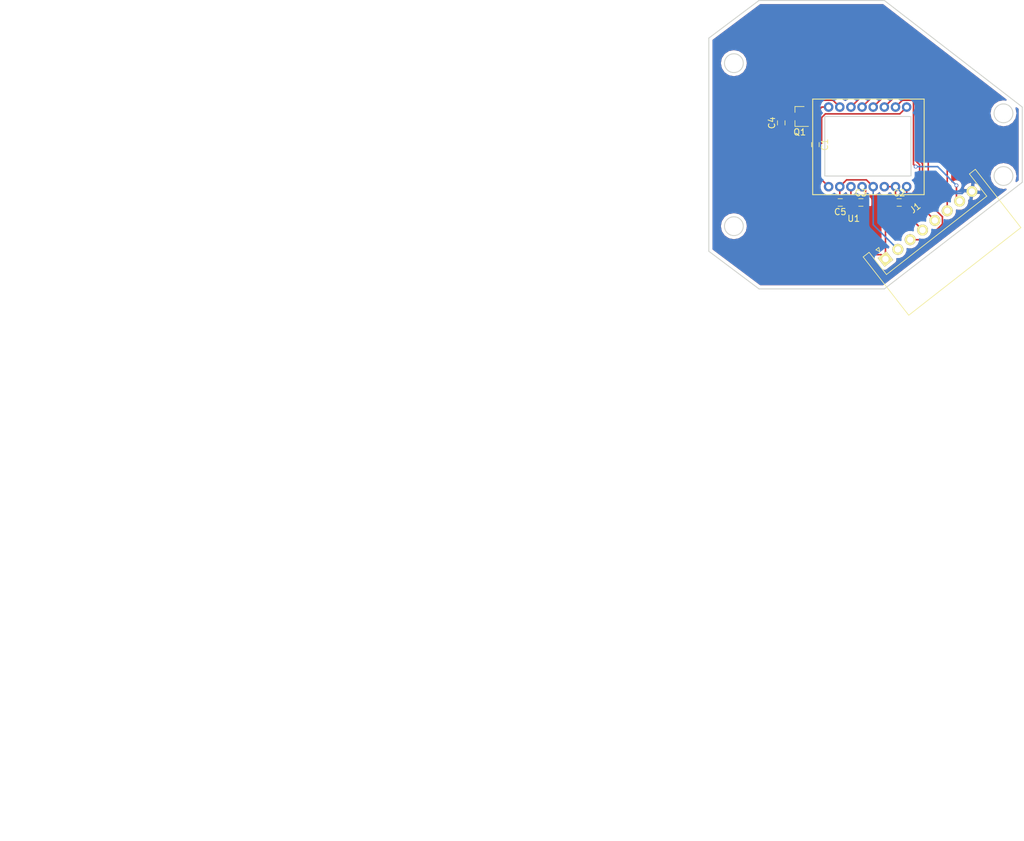
<source format=kicad_pcb>
(kicad_pcb (version 4) (host pcbnew 4.0.7)

  (general
    (links 25)
    (no_connects 0)
    (area 111.924999 76.924999 162.075001 123.075001)
    (thickness 1.6)
    (drawings 94)
    (tracks 118)
    (zones 0)
    (modules 8)
    (nets 13)
  )

  (page A4)
  (layers
    (0 F.Cu signal)
    (31 B.Cu signal)
    (32 B.Adhes user)
    (33 F.Adhes user)
    (34 B.Paste user)
    (35 F.Paste user)
    (36 B.SilkS user)
    (37 F.SilkS user)
    (38 B.Mask user)
    (39 F.Mask user)
    (40 Dwgs.User user)
    (41 Cmts.User user)
    (42 Eco1.User user)
    (43 Eco2.User user)
    (44 Edge.Cuts user)
    (45 Margin user)
    (46 B.CrtYd user)
    (47 F.CrtYd user)
    (48 B.Fab user)
    (49 F.Fab user)
  )

  (setup
    (last_trace_width 0.25)
    (trace_clearance 0.2)
    (zone_clearance 0.508)
    (zone_45_only no)
    (trace_min 0.2)
    (segment_width 0.2)
    (edge_width 0.15)
    (via_size 0.6)
    (via_drill 0.4)
    (via_min_size 0.4)
    (via_min_drill 0.3)
    (uvia_size 0.3)
    (uvia_drill 0.1)
    (uvias_allowed no)
    (uvia_min_size 0.2)
    (uvia_min_drill 0.1)
    (pcb_text_width 0.3)
    (pcb_text_size 1.5 1.5)
    (mod_edge_width 0.15)
    (mod_text_size 1 1)
    (mod_text_width 0.15)
    (pad_size 1.524 1.524)
    (pad_drill 0.762)
    (pad_to_mask_clearance 0.2)
    (aux_axis_origin 0 0)
    (visible_elements 7FFFFFFF)
    (pcbplotparams
      (layerselection 0x00030_80000001)
      (usegerberextensions false)
      (excludeedgelayer true)
      (linewidth 0.100000)
      (plotframeref false)
      (viasonmask false)
      (mode 1)
      (useauxorigin false)
      (hpglpennumber 1)
      (hpglpenspeed 20)
      (hpglpendiameter 15)
      (hpglpenoverlay 2)
      (psnegative false)
      (psa4output false)
      (plotreference true)
      (plotvalue true)
      (plotinvisibletext false)
      (padsonsilk false)
      (subtractmaskfromsilk false)
      (outputformat 1)
      (mirror false)
      (drillshape 1)
      (scaleselection 1)
      (outputdirectory ""))
  )

  (net 0 "")
  (net 1 "Net-(C1-Pad2)")
  (net 2 "Net-(C1-Pad1)")
  (net 3 +5V)
  (net 4 GND)
  (net 5 "Net-(C3-Pad2)")
  (net 6 +3V3)
  (net 7 /MISO)
  (net 8 /MOSI)
  (net 9 /SCLK)
  (net 10 /NCS)
  (net 11 /MOTION)
  (net 12 "Net-(Q1-Pad1)")

  (net_class Default "これは標準のネット クラスです。"
    (clearance 0.2)
    (trace_width 0.25)
    (via_dia 0.6)
    (via_drill 0.4)
    (uvia_dia 0.3)
    (uvia_drill 0.1)
    (add_net +3V3)
    (add_net +5V)
    (add_net /MISO)
    (add_net /MOSI)
    (add_net /MOTION)
    (add_net /NCS)
    (add_net /SCLK)
    (add_net GND)
    (add_net "Net-(C1-Pad1)")
    (add_net "Net-(C1-Pad2)")
    (add_net "Net-(C3-Pad2)")
    (add_net "Net-(Q1-Pad1)")
  )

  (module Capacitors_SMD:C_0603 (layer F.Cu) (tedit 59958EE7) (tstamp 5B5410A1)
    (at 129 100 270)
    (descr "Capacitor SMD 0603, reflow soldering, AVX (see smccp.pdf)")
    (tags "capacitor 0603")
    (path /5B540D47)
    (attr smd)
    (fp_text reference C1 (at 0 -1.5 270) (layer F.SilkS)
      (effects (font (size 1 1) (thickness 0.15)))
    )
    (fp_text value 470pF (at 0 1.5 270) (layer F.Fab)
      (effects (font (size 1 1) (thickness 0.15)))
    )
    (fp_line (start 1.4 0.65) (end -1.4 0.65) (layer F.CrtYd) (width 0.05))
    (fp_line (start 1.4 0.65) (end 1.4 -0.65) (layer F.CrtYd) (width 0.05))
    (fp_line (start -1.4 -0.65) (end -1.4 0.65) (layer F.CrtYd) (width 0.05))
    (fp_line (start -1.4 -0.65) (end 1.4 -0.65) (layer F.CrtYd) (width 0.05))
    (fp_line (start 0.35 0.6) (end -0.35 0.6) (layer F.SilkS) (width 0.12))
    (fp_line (start -0.35 -0.6) (end 0.35 -0.6) (layer F.SilkS) (width 0.12))
    (fp_line (start -0.8 -0.4) (end 0.8 -0.4) (layer F.Fab) (width 0.1))
    (fp_line (start 0.8 -0.4) (end 0.8 0.4) (layer F.Fab) (width 0.1))
    (fp_line (start 0.8 0.4) (end -0.8 0.4) (layer F.Fab) (width 0.1))
    (fp_line (start -0.8 0.4) (end -0.8 -0.4) (layer F.Fab) (width 0.1))
    (fp_text user %R (at 0 0 270) (layer F.Fab)
      (effects (font (size 0.3 0.3) (thickness 0.075)))
    )
    (pad 2 smd rect (at 0.75 0 270) (size 0.8 0.75) (layers F.Cu F.Paste F.Mask)
      (net 1 "Net-(C1-Pad2)"))
    (pad 1 smd rect (at -0.75 0 270) (size 0.8 0.75) (layers F.Cu F.Paste F.Mask)
      (net 2 "Net-(C1-Pad1)"))
    (model Capacitors_SMD.3dshapes/C_0603.wrl
      (at (xyz 0 0 0))
      (scale (xyz 1 1 1))
      (rotate (xyz 0 0 0))
    )
  )

  (module Capacitors_SMD:C_0603 (layer F.Cu) (tedit 59958EE7) (tstamp 5B5410A7)
    (at 142.365 109.22)
    (descr "Capacitor SMD 0603, reflow soldering, AVX (see smccp.pdf)")
    (tags "capacitor 0603")
    (path /5B543E1C)
    (attr smd)
    (fp_text reference C2 (at 0 -1.5) (layer F.SilkS)
      (effects (font (size 1 1) (thickness 0.15)))
    )
    (fp_text value 1uF (at 0 1.5) (layer F.Fab)
      (effects (font (size 1 1) (thickness 0.15)))
    )
    (fp_line (start 1.4 0.65) (end -1.4 0.65) (layer F.CrtYd) (width 0.05))
    (fp_line (start 1.4 0.65) (end 1.4 -0.65) (layer F.CrtYd) (width 0.05))
    (fp_line (start -1.4 -0.65) (end -1.4 0.65) (layer F.CrtYd) (width 0.05))
    (fp_line (start -1.4 -0.65) (end 1.4 -0.65) (layer F.CrtYd) (width 0.05))
    (fp_line (start 0.35 0.6) (end -0.35 0.6) (layer F.SilkS) (width 0.12))
    (fp_line (start -0.35 -0.6) (end 0.35 -0.6) (layer F.SilkS) (width 0.12))
    (fp_line (start -0.8 -0.4) (end 0.8 -0.4) (layer F.Fab) (width 0.1))
    (fp_line (start 0.8 -0.4) (end 0.8 0.4) (layer F.Fab) (width 0.1))
    (fp_line (start 0.8 0.4) (end -0.8 0.4) (layer F.Fab) (width 0.1))
    (fp_line (start -0.8 0.4) (end -0.8 -0.4) (layer F.Fab) (width 0.1))
    (fp_text user %R (at 0 0) (layer F.Fab)
      (effects (font (size 0.3 0.3) (thickness 0.075)))
    )
    (pad 2 smd rect (at 0.75 0) (size 0.8 0.75) (layers F.Cu F.Paste F.Mask)
      (net 3 +5V))
    (pad 1 smd rect (at -0.75 0) (size 0.8 0.75) (layers F.Cu F.Paste F.Mask)
      (net 4 GND))
    (model Capacitors_SMD.3dshapes/C_0603.wrl
      (at (xyz 0 0 0))
      (scale (xyz 1 1 1))
      (rotate (xyz 0 0 0))
    )
  )

  (module Capacitors_SMD:C_0603 (layer F.Cu) (tedit 59958EE7) (tstamp 5B5410AD)
    (at 136.255 109.22)
    (descr "Capacitor SMD 0603, reflow soldering, AVX (see smccp.pdf)")
    (tags "capacitor 0603")
    (path /5B5422DD)
    (attr smd)
    (fp_text reference C3 (at 0 -1.5) (layer F.SilkS)
      (effects (font (size 1 1) (thickness 0.15)))
    )
    (fp_text value 1uF (at 0 1.5) (layer F.Fab)
      (effects (font (size 1 1) (thickness 0.15)))
    )
    (fp_line (start 1.4 0.65) (end -1.4 0.65) (layer F.CrtYd) (width 0.05))
    (fp_line (start 1.4 0.65) (end 1.4 -0.65) (layer F.CrtYd) (width 0.05))
    (fp_line (start -1.4 -0.65) (end -1.4 0.65) (layer F.CrtYd) (width 0.05))
    (fp_line (start -1.4 -0.65) (end 1.4 -0.65) (layer F.CrtYd) (width 0.05))
    (fp_line (start 0.35 0.6) (end -0.35 0.6) (layer F.SilkS) (width 0.12))
    (fp_line (start -0.35 -0.6) (end 0.35 -0.6) (layer F.SilkS) (width 0.12))
    (fp_line (start -0.8 -0.4) (end 0.8 -0.4) (layer F.Fab) (width 0.1))
    (fp_line (start 0.8 -0.4) (end 0.8 0.4) (layer F.Fab) (width 0.1))
    (fp_line (start 0.8 0.4) (end -0.8 0.4) (layer F.Fab) (width 0.1))
    (fp_line (start -0.8 0.4) (end -0.8 -0.4) (layer F.Fab) (width 0.1))
    (fp_text user %R (at 0 0) (layer F.Fab)
      (effects (font (size 0.3 0.3) (thickness 0.075)))
    )
    (pad 2 smd rect (at 0.75 0) (size 0.8 0.75) (layers F.Cu F.Paste F.Mask)
      (net 5 "Net-(C3-Pad2)"))
    (pad 1 smd rect (at -0.75 0) (size 0.8 0.75) (layers F.Cu F.Paste F.Mask)
      (net 4 GND))
    (model Capacitors_SMD.3dshapes/C_0603.wrl
      (at (xyz 0 0 0))
      (scale (xyz 1 1 1))
      (rotate (xyz 0 0 0))
    )
  )

  (module Capacitors_SMD:C_0603 (layer F.Cu) (tedit 59958EE7) (tstamp 5B5410B3)
    (at 123.555 96.52 90)
    (descr "Capacitor SMD 0603, reflow soldering, AVX (see smccp.pdf)")
    (tags "capacitor 0603")
    (path /5B540C30)
    (attr smd)
    (fp_text reference C4 (at 0 -1.5 90) (layer F.SilkS)
      (effects (font (size 1 1) (thickness 0.15)))
    )
    (fp_text value 1uF (at 0 1.5 90) (layer F.Fab)
      (effects (font (size 1 1) (thickness 0.15)))
    )
    (fp_line (start 1.4 0.65) (end -1.4 0.65) (layer F.CrtYd) (width 0.05))
    (fp_line (start 1.4 0.65) (end 1.4 -0.65) (layer F.CrtYd) (width 0.05))
    (fp_line (start -1.4 -0.65) (end -1.4 0.65) (layer F.CrtYd) (width 0.05))
    (fp_line (start -1.4 -0.65) (end 1.4 -0.65) (layer F.CrtYd) (width 0.05))
    (fp_line (start 0.35 0.6) (end -0.35 0.6) (layer F.SilkS) (width 0.12))
    (fp_line (start -0.35 -0.6) (end 0.35 -0.6) (layer F.SilkS) (width 0.12))
    (fp_line (start -0.8 -0.4) (end 0.8 -0.4) (layer F.Fab) (width 0.1))
    (fp_line (start 0.8 -0.4) (end 0.8 0.4) (layer F.Fab) (width 0.1))
    (fp_line (start 0.8 0.4) (end -0.8 0.4) (layer F.Fab) (width 0.1))
    (fp_line (start -0.8 0.4) (end -0.8 -0.4) (layer F.Fab) (width 0.1))
    (fp_text user %R (at 0 0 90) (layer F.Fab)
      (effects (font (size 0.3 0.3) (thickness 0.075)))
    )
    (pad 2 smd rect (at 0.75 0 90) (size 0.8 0.75) (layers F.Cu F.Paste F.Mask)
      (net 3 +5V))
    (pad 1 smd rect (at -0.75 0 90) (size 0.8 0.75) (layers F.Cu F.Paste F.Mask)
      (net 4 GND))
    (model Capacitors_SMD.3dshapes/C_0603.wrl
      (at (xyz 0 0 0))
      (scale (xyz 1 1 1))
      (rotate (xyz 0 0 0))
    )
  )

  (module Capacitors_SMD:C_0603 (layer F.Cu) (tedit 59958EE7) (tstamp 5B5410B9)
    (at 132.965 109.22 180)
    (descr "Capacitor SMD 0603, reflow soldering, AVX (see smccp.pdf)")
    (tags "capacitor 0603")
    (path /5B541F0E)
    (attr smd)
    (fp_text reference C5 (at 0 -1.5 180) (layer F.SilkS)
      (effects (font (size 1 1) (thickness 0.15)))
    )
    (fp_text value 1uF (at 0 1.5 180) (layer F.Fab)
      (effects (font (size 1 1) (thickness 0.15)))
    )
    (fp_line (start 1.4 0.65) (end -1.4 0.65) (layer F.CrtYd) (width 0.05))
    (fp_line (start 1.4 0.65) (end 1.4 -0.65) (layer F.CrtYd) (width 0.05))
    (fp_line (start -1.4 -0.65) (end -1.4 0.65) (layer F.CrtYd) (width 0.05))
    (fp_line (start -1.4 -0.65) (end 1.4 -0.65) (layer F.CrtYd) (width 0.05))
    (fp_line (start 0.35 0.6) (end -0.35 0.6) (layer F.SilkS) (width 0.12))
    (fp_line (start -0.35 -0.6) (end 0.35 -0.6) (layer F.SilkS) (width 0.12))
    (fp_line (start -0.8 -0.4) (end 0.8 -0.4) (layer F.Fab) (width 0.1))
    (fp_line (start 0.8 -0.4) (end 0.8 0.4) (layer F.Fab) (width 0.1))
    (fp_line (start 0.8 0.4) (end -0.8 0.4) (layer F.Fab) (width 0.1))
    (fp_line (start -0.8 0.4) (end -0.8 -0.4) (layer F.Fab) (width 0.1))
    (fp_text user %R (at 0 0 180) (layer F.Fab)
      (effects (font (size 0.3 0.3) (thickness 0.075)))
    )
    (pad 2 smd rect (at 0.75 0 180) (size 0.8 0.75) (layers F.Cu F.Paste F.Mask)
      (net 6 +3V3))
    (pad 1 smd rect (at -0.75 0 180) (size 0.8 0.75) (layers F.Cu F.Paste F.Mask)
      (net 4 GND))
    (model Capacitors_SMD.3dshapes/C_0603.wrl
      (at (xyz 0 0 0))
      (scale (xyz 1 1 1))
      (rotate (xyz 0 0 0))
    )
  )

  (module TO_SOT_Packages_SMD:SOT-23 (layer F.Cu) (tedit 58CE4E7E) (tstamp 5B5410CC)
    (at 126.5 95.5 180)
    (descr "SOT-23, Standard")
    (tags SOT-23)
    (path /5B541120)
    (attr smd)
    (fp_text reference Q1 (at 0 -2.5 180) (layer F.SilkS)
      (effects (font (size 1 1) (thickness 0.15)))
    )
    (fp_text value Q_PMOS_GSD (at 0 2.5 180) (layer F.Fab)
      (effects (font (size 1 1) (thickness 0.15)))
    )
    (fp_text user %R (at 0 0 270) (layer F.Fab)
      (effects (font (size 0.5 0.5) (thickness 0.075)))
    )
    (fp_line (start -0.7 -0.95) (end -0.7 1.5) (layer F.Fab) (width 0.1))
    (fp_line (start -0.15 -1.52) (end 0.7 -1.52) (layer F.Fab) (width 0.1))
    (fp_line (start -0.7 -0.95) (end -0.15 -1.52) (layer F.Fab) (width 0.1))
    (fp_line (start 0.7 -1.52) (end 0.7 1.52) (layer F.Fab) (width 0.1))
    (fp_line (start -0.7 1.52) (end 0.7 1.52) (layer F.Fab) (width 0.1))
    (fp_line (start 0.76 1.58) (end 0.76 0.65) (layer F.SilkS) (width 0.12))
    (fp_line (start 0.76 -1.58) (end 0.76 -0.65) (layer F.SilkS) (width 0.12))
    (fp_line (start -1.7 -1.75) (end 1.7 -1.75) (layer F.CrtYd) (width 0.05))
    (fp_line (start 1.7 -1.75) (end 1.7 1.75) (layer F.CrtYd) (width 0.05))
    (fp_line (start 1.7 1.75) (end -1.7 1.75) (layer F.CrtYd) (width 0.05))
    (fp_line (start -1.7 1.75) (end -1.7 -1.75) (layer F.CrtYd) (width 0.05))
    (fp_line (start 0.76 -1.58) (end -1.4 -1.58) (layer F.SilkS) (width 0.12))
    (fp_line (start 0.76 1.58) (end -0.7 1.58) (layer F.SilkS) (width 0.12))
    (pad 1 smd rect (at -1 -0.95 180) (size 0.9 0.8) (layers F.Cu F.Paste F.Mask)
      (net 12 "Net-(Q1-Pad1)"))
    (pad 2 smd rect (at -1 0.95 180) (size 0.9 0.8) (layers F.Cu F.Paste F.Mask)
      (net 2 "Net-(C1-Pad1)"))
    (pad 3 smd rect (at 1 0 180) (size 0.9 0.8) (layers F.Cu F.Paste F.Mask)
      (net 3 +5V))
    (model ${KISYS3DMOD}/TO_SOT_Packages_SMD.3dshapes/SOT-23.wrl
      (at (xyz 0 0 0))
      (scale (xyz 1 1 1))
      (rotate (xyz 0 0 0))
    )
  )

  (module lib:ADNS-9800 (layer F.Cu) (tedit 5B540114) (tstamp 5B5410E8)
    (at 131.11 94)
    (path /5B540B66)
    (fp_text reference U1 (at 4 17.78) (layer F.SilkS)
      (effects (font (size 1 1) (thickness 0.15)))
    )
    (fp_text value ADNS-9800 (at 4 15.24) (layer F.Fab)
      (effects (font (size 1 1) (thickness 0.15)))
    )
    (fp_line (start 15.24 13.97) (end 15.24 -1.27) (layer F.SilkS) (width 0.15))
    (fp_line (start -2.54 13.97) (end 15.24 13.97) (layer F.SilkS) (width 0.15))
    (fp_line (start -2.54 -1.27) (end -2.54 13.97) (layer F.SilkS) (width 0.15))
    (fp_line (start 15.24 -1.27) (end -2.54 -1.27) (layer F.SilkS) (width 0.15))
    (fp_line (start -0.5 1.7) (end -0.5 10.9) (layer F.Fab) (width 0.15))
    (fp_line (start -0.5 10.9) (end 12.96 10.9) (layer F.Fab) (width 0.15))
    (fp_line (start -0.5 1.7) (end 12.96 1.7) (layer F.Fab) (width 0.15))
    (fp_line (start 12.96 1.7) (end 12.96 10.9) (layer F.Fab) (width 0.15))
    (pad 1 thru_hole circle (at 0 0) (size 1.524 1.524) (drill 0.8) (layers *.Cu *.Mask)
      (net 2 "Net-(C1-Pad1)"))
    (pad 2 thru_hole circle (at 1.78 0) (size 1.524 1.524) (drill 0.8) (layers *.Cu *.Mask)
      (net 12 "Net-(Q1-Pad1)"))
    (pad 3 thru_hole circle (at 3.56 0) (size 1.524 1.524) (drill 0.8) (layers *.Cu *.Mask)
      (net 10 /NCS))
    (pad 4 thru_hole circle (at 5.334 0) (size 1.524 1.524) (drill 0.8) (layers *.Cu *.Mask)
      (net 7 /MISO))
    (pad 5 thru_hole circle (at 7.112 0) (size 1.524 1.524) (drill 0.8) (layers *.Cu *.Mask)
      (net 9 /SCLK))
    (pad 6 thru_hole circle (at 8.89 0) (size 1.524 1.524) (drill 0.8) (layers *.Cu *.Mask)
      (net 8 /MOSI))
    (pad 7 thru_hole circle (at 10.668 0) (size 1.524 1.524) (drill 0.8) (layers *.Cu *.Mask)
      (net 11 /MOTION))
    (pad 8 thru_hole circle (at 12.446 0) (size 1.524 1.524) (drill 0.8) (layers *.Cu *.Mask)
      (net 1 "Net-(C1-Pad2)"))
    (pad 9 thru_hole circle (at 12.446 12.7) (size 1.524 1.524) (drill 0.8) (layers *.Cu *.Mask)
      (net 3 +5V))
    (pad 10 thru_hole circle (at 10.668 12.7) (size 1.524 1.524) (drill 0.8) (layers *.Cu *.Mask)
      (net 4 GND))
    (pad 11 thru_hole circle (at 8.89 12.7) (size 1.524 1.524) (drill 0.8) (layers *.Cu *.Mask)
      (net 4 GND))
    (pad 12 thru_hole circle (at 7.112 12.7) (size 1.524 1.524) (drill 0.8) (layers *.Cu *.Mask)
      (net 6 +3V3))
    (pad 13 thru_hole circle (at 5.334 12.7) (size 1.524 1.524) (drill 0.8) (layers *.Cu *.Mask)
      (net 5 "Net-(C3-Pad2)"))
    (pad 14 thru_hole circle (at 3.556 12.7) (size 1.524 1.524) (drill 0.8) (layers *.Cu *.Mask)
      (net 4 GND))
    (pad 15 thru_hole circle (at 1.778 12.7) (size 1.524 1.524) (drill 0.8) (layers *.Cu *.Mask)
      (net 6 +3V3))
    (pad 16 thru_hole circle (at 0 12.7) (size 1.524 1.524) (drill 0.8) (layers *.Cu *.Mask)
      (net 1 "Net-(C1-Pad2)"))
  )

  (module Connectors_JST:JST_XH_S08B-XH-A_08x2.50mm_Angled (layer F.Cu) (tedit 58EAE850) (tstamp 5B5410C5)
    (at 140.179839 118.234922 38)
    (descr "JST XH series connector, S08B-XH-A, side entry type, through hole")
    (tags "connector jst xh tht side horizontal angled 2.50mm")
    (path /5B543223)
    (fp_text reference J1 (at 8.75 -3.5 38) (layer F.SilkS)
      (effects (font (size 1 1) (thickness 0.15)))
    )
    (fp_text value Conn_01x08 (at 8.75 10.3 38) (layer F.Fab)
      (effects (font (size 1 1) (thickness 0.15)))
    )
    (fp_line (start -2.45 -2.3) (end -2.45 9.2) (layer F.Fab) (width 0.1))
    (fp_line (start -2.45 9.2) (end 19.95 9.2) (layer F.Fab) (width 0.1))
    (fp_line (start 19.95 9.2) (end 19.95 -2.3) (layer F.Fab) (width 0.1))
    (fp_line (start 19.95 -2.3) (end -2.45 -2.3) (layer F.Fab) (width 0.1))
    (fp_line (start -2.95 -2.8) (end -2.95 9.7) (layer F.CrtYd) (width 0.05))
    (fp_line (start -2.95 9.7) (end 20.45 9.7) (layer F.CrtYd) (width 0.05))
    (fp_line (start 20.45 9.7) (end 20.45 -2.8) (layer F.CrtYd) (width 0.05))
    (fp_line (start 20.45 -2.8) (end -2.95 -2.8) (layer F.CrtYd) (width 0.05))
    (fp_line (start 8.75 9.35) (end -2.6 9.35) (layer F.SilkS) (width 0.12))
    (fp_line (start -2.6 9.35) (end -2.6 -2.45) (layer F.SilkS) (width 0.12))
    (fp_line (start -2.6 -2.45) (end -1.4 -2.45) (layer F.SilkS) (width 0.12))
    (fp_line (start -1.4 -2.45) (end -1.4 2.05) (layer F.SilkS) (width 0.12))
    (fp_line (start -1.4 2.05) (end 8.75 2.05) (layer F.SilkS) (width 0.12))
    (fp_line (start 8.75 9.35) (end 20.1 9.35) (layer F.SilkS) (width 0.12))
    (fp_line (start 20.1 9.35) (end 20.1 -2.45) (layer F.SilkS) (width 0.12))
    (fp_line (start 20.1 -2.45) (end 18.9 -2.45) (layer F.SilkS) (width 0.12))
    (fp_line (start 18.9 -2.45) (end 18.9 2.05) (layer F.SilkS) (width 0.12))
    (fp_line (start 18.9 2.05) (end 8.75 2.05) (layer F.SilkS) (width 0.12))
    (fp_line (start -0.25 3.45) (end -0.25 8.7) (layer F.Fab) (width 0.1))
    (fp_line (start -0.25 8.7) (end 0.25 8.7) (layer F.Fab) (width 0.1))
    (fp_line (start 0.25 8.7) (end 0.25 3.45) (layer F.Fab) (width 0.1))
    (fp_line (start 0.25 3.45) (end -0.25 3.45) (layer F.Fab) (width 0.1))
    (fp_line (start 2.25 3.45) (end 2.25 8.7) (layer F.Fab) (width 0.1))
    (fp_line (start 2.25 8.7) (end 2.75 8.7) (layer F.Fab) (width 0.1))
    (fp_line (start 2.75 8.7) (end 2.75 3.45) (layer F.Fab) (width 0.1))
    (fp_line (start 2.75 3.45) (end 2.25 3.45) (layer F.Fab) (width 0.1))
    (fp_line (start 4.75 3.45) (end 4.75 8.7) (layer F.Fab) (width 0.1))
    (fp_line (start 4.75 8.7) (end 5.25 8.7) (layer F.Fab) (width 0.1))
    (fp_line (start 5.25 8.7) (end 5.25 3.45) (layer F.Fab) (width 0.1))
    (fp_line (start 5.25 3.45) (end 4.75 3.45) (layer F.Fab) (width 0.1))
    (fp_line (start 7.25 3.45) (end 7.25 8.7) (layer F.Fab) (width 0.1))
    (fp_line (start 7.25 8.7) (end 7.75 8.7) (layer F.Fab) (width 0.1))
    (fp_line (start 7.75 8.7) (end 7.75 3.45) (layer F.Fab) (width 0.1))
    (fp_line (start 7.75 3.45) (end 7.25 3.45) (layer F.Fab) (width 0.1))
    (fp_line (start 9.75 3.45) (end 9.75 8.7) (layer F.Fab) (width 0.1))
    (fp_line (start 9.75 8.7) (end 10.25 8.7) (layer F.Fab) (width 0.1))
    (fp_line (start 10.25 8.7) (end 10.25 3.45) (layer F.Fab) (width 0.1))
    (fp_line (start 10.25 3.45) (end 9.75 3.45) (layer F.Fab) (width 0.1))
    (fp_line (start 12.25 3.45) (end 12.25 8.7) (layer F.Fab) (width 0.1))
    (fp_line (start 12.25 8.7) (end 12.75 8.7) (layer F.Fab) (width 0.1))
    (fp_line (start 12.75 8.7) (end 12.75 3.45) (layer F.Fab) (width 0.1))
    (fp_line (start 12.75 3.45) (end 12.25 3.45) (layer F.Fab) (width 0.1))
    (fp_line (start 14.75 3.45) (end 14.75 8.7) (layer F.Fab) (width 0.1))
    (fp_line (start 14.75 8.7) (end 15.25 8.7) (layer F.Fab) (width 0.1))
    (fp_line (start 15.25 8.7) (end 15.25 3.45) (layer F.Fab) (width 0.1))
    (fp_line (start 15.25 3.45) (end 14.75 3.45) (layer F.Fab) (width 0.1))
    (fp_line (start 17.25 3.45) (end 17.25 8.7) (layer F.Fab) (width 0.1))
    (fp_line (start 17.25 8.7) (end 17.75 8.7) (layer F.Fab) (width 0.1))
    (fp_line (start 17.75 8.7) (end 17.75 3.45) (layer F.Fab) (width 0.1))
    (fp_line (start 17.75 3.45) (end 17.25 3.45) (layer F.Fab) (width 0.1))
    (fp_line (start 0 -1.5) (end -0.3 -2.1) (layer F.SilkS) (width 0.12))
    (fp_line (start -0.3 -2.1) (end 0.3 -2.1) (layer F.SilkS) (width 0.12))
    (fp_line (start 0.3 -2.1) (end 0 -1.5) (layer F.SilkS) (width 0.12))
    (fp_line (start 0 -1.5) (end -0.3 -2.1) (layer F.Fab) (width 0.1))
    (fp_line (start -0.3 -2.1) (end 0.3 -2.1) (layer F.Fab) (width 0.1))
    (fp_line (start 0.3 -2.1) (end 0 -1.5) (layer F.Fab) (width 0.1))
    (fp_text user %R (at 8.75 2.25 38) (layer F.Fab)
      (effects (font (size 1 1) (thickness 0.15)))
    )
    (pad 1 thru_hole rect (at 0 0 38) (size 1.75 1.75) (drill 1) (layers *.Cu *.Mask F.SilkS)
      (net 3 +5V))
    (pad 2 thru_hole circle (at 2.5 0 38) (size 1.75 1.75) (drill 1) (layers *.Cu *.Mask F.SilkS)
      (net 6 +3V3))
    (pad 3 thru_hole circle (at 5 0 38) (size 1.75 1.75) (drill 1) (layers *.Cu *.Mask F.SilkS)
      (net 7 /MISO))
    (pad 4 thru_hole circle (at 7.5 0 38) (size 1.75 1.75) (drill 1) (layers *.Cu *.Mask F.SilkS)
      (net 8 /MOSI))
    (pad 5 thru_hole circle (at 10 0 38) (size 1.75 1.75) (drill 1) (layers *.Cu *.Mask F.SilkS)
      (net 9 /SCLK))
    (pad 6 thru_hole circle (at 12.5 0 38) (size 1.75 1.75) (drill 1) (layers *.Cu *.Mask F.SilkS)
      (net 10 /NCS))
    (pad 7 thru_hole circle (at 15 0 38) (size 1.75 1.75) (drill 1) (layers *.Cu *.Mask F.SilkS)
      (net 11 /MOTION))
    (pad 8 thru_hole circle (at 17.5 0 38) (size 1.75 1.75) (drill 1) (layers *.Cu *.Mask F.SilkS)
      (net 4 GND))
    (model Connectors_JST.3dshapes/JST_XH_S08B-XH-A_08x2.50mm_Angled.wrl
      (at (xyz 0 0 0))
      (scale (xyz 1 1 1))
      (rotate (xyz 0 0 0))
    )
  )

  (gr_line (start 130.5 105) (end 130.5 95.5) (layer Edge.Cuts) (width 0.15))
  (gr_line (start 144.25 105) (end 130.5 105) (layer Edge.Cuts) (width 0.15))
  (gr_line (start 144.25 95.5) (end 144.25 105) (layer Edge.Cuts) (width 0.15))
  (gr_line (start 130.5 95.5) (end 144.25 95.5) (layer Edge.Cuts) (width 0.15))
  (gr_line (start 162 106) (end 162 94) (layer Edge.Cuts) (width 0.15))
  (gr_line (start 140 123) (end 162 106) (layer Edge.Cuts) (width 0.15))
  (gr_line (start 120 123) (end 140 123) (layer Edge.Cuts) (width 0.15))
  (gr_line (start 112 117) (end 120 123) (layer Edge.Cuts) (width 0.15))
  (gr_line (start 112 83) (end 112 117) (layer Edge.Cuts) (width 0.15))
  (gr_line (start 120 77) (end 112 83) (layer Edge.Cuts) (width 0.15))
  (gr_line (start 140 77) (end 120 77) (layer Edge.Cuts) (width 0.15))
  (gr_line (start 162 94) (end 140 77) (layer Edge.Cuts) (width 0.15))
  (gr_circle (center 159 95) (end 159 93.5) (layer Edge.Cuts) (width 0.15))
  (gr_circle (center 159 105) (end 159 103.5) (layer Edge.Cuts) (width 0.15))
  (gr_circle (center 116 113) (end 116 111.5) (layer Edge.Cuts) (width 0.15))
  (gr_circle (center 116 87) (end 116 85.5) (layer Edge.Cuts) (width 0.15))
  (gr_line (start 127.017949 113.279419) (end 125.517949 115.877495) (layer Dwgs.User) (width 0.1))
  (gr_line (start 117.5 101.99) (end 115 101.99) (layer Dwgs.User) (width 0.1))
  (gr_line (start 124.419873 88.200581) (end 122.919873 85.602505) (layer Dwgs.User) (width 0.1))
  (gr_line (start 120 76.99) (end 112 82.99) (layer Dwgs.User) (width 0.1))
  (gr_line (start 117.5 104.99) (end 117.5 101.99) (layer Dwgs.User) (width 0.1))
  (gr_line (start 120.5 94.99) (end 120.5 97.99) (layer Dwgs.User) (width 0.1))
  (gr_line (start 140 122.99) (end 162 105.99) (layer Dwgs.User) (width 0.1))
  (gr_line (start 156.5 97.99) (end 153.5 97.99) (layer Dwgs.User) (width 0.1))
  (gr_line (start 121.125492 101.99) (end 120.5 101.99) (layer Dwgs.User) (width 0.1))
  (gr_line (start 131.580127 119.377495) (end 128.982051 117.877495) (layer Dwgs.User) (width 0.1))
  (gr_line (start 162 93.99) (end 140 76.99) (layer Dwgs.User) (width 0.1))
  (gr_line (start 130.482051 115.279419) (end 133.080127 116.779419) (layer Dwgs.User) (width 0.1))
  (gr_line (start 120.5 101.99) (end 120.5 104.99) (layer Dwgs.User) (width 0.1))
  (gr_line (start 162 105.99) (end 162 93.99) (layer Dwgs.User) (width 0.1))
  (gr_line (start 156.5 104.99) (end 153.5 104.99) (layer Dwgs.User) (width 0.1))
  (gr_line (start 128.982051 82.102505) (end 131.580127 80.602505) (layer Dwgs.User) (width 0.1))
  (gr_line (start 153.5 97.99) (end 153.5 94.99) (layer Dwgs.User) (width 0.1))
  (gr_line (start 153.5 104.99) (end 153.5 101.99) (layer Dwgs.User) (width 0.1))
  (gr_line (start 133.080127 83.200581) (end 130.482051 84.700581) (layer Dwgs.User) (width 0.1))
  (gr_line (start 124.419873 111.779419) (end 127.017949 113.279419) (layer Dwgs.User) (width 0.1))
  (gr_line (start 115 101.99) (end 115 97.99) (layer Dwgs.User) (width 0.1))
  (gr_line (start 122.919873 85.602505) (end 125.517949 84.102505) (layer Dwgs.User) (width 0.1))
  (gr_line (start 120.5 97.99) (end 117.5 97.99) (layer Dwgs.User) (width 0.1))
  (gr_line (start 125.517949 84.102505) (end 127.017949 86.700581) (layer Dwgs.User) (width 0.1))
  (gr_line (start 128.982051 117.877495) (end 127.982051 119.609546) (layer Dwgs.User) (width 0.1))
  (gr_line (start 130.482051 84.700581) (end 130.794797 85.242273) (layer Dwgs.User) (width 0.1))
  (gr_line (start 125.517949 84.102505) (end 124.267949 81.937441) (layer Dwgs.User) (width 0.1))
  (gr_line (start 158.5 101.99) (end 156.5 101.99) (layer Dwgs.User) (width 0.1))
  (gr_line (start 128.982051 117.877495) (end 130.482051 115.279419) (layer Dwgs.User) (width 0.1))
  (gr_line (start 117.5 101.99) (end 120.5 101.99) (layer Dwgs.User) (width 0.1))
  (gr_line (start 130.482051 84.700581) (end 128.982051 82.102505) (layer Dwgs.User) (width 0.1))
  (gr_line (start 112 82.99) (end 112 116.99) (layer Dwgs.User) (width 0.1))
  (gr_line (start 112 116.99) (end 120 122.99) (layer Dwgs.User) (width 0.1))
  (gr_line (start 124.267949 81.937441) (end 127.732051 79.937441) (layer Dwgs.User) (width 0.1))
  (gr_line (start 125.517949 115.877495) (end 122.919873 114.377495) (layer Dwgs.User) (width 0.1))
  (gr_line (start 127.330695 87.242273) (end 127.017949 86.700581) (layer Dwgs.User) (width 0.1))
  (gr_line (start 158.5 97.99) (end 158.5 101.99) (layer Dwgs.User) (width 0.1))
  (gr_line (start 153.5 94.99) (end 156.5 94.99) (layer Dwgs.User) (width 0.1))
  (gr_line (start 131.580127 80.602505) (end 133.080127 83.200581) (layer Dwgs.User) (width 0.1))
  (gr_line (start 130.794797 114.737727) (end 130.482051 115.279419) (layer Dwgs.User) (width 0.1))
  (gr_line (start 120.5 104.99) (end 117.5 104.99) (layer Dwgs.User) (width 0.1))
  (gr_line (start 117.5 97.99) (end 117.5 94.99) (layer Dwgs.User) (width 0.1))
  (gr_line (start 153.5 101.99) (end 156.5 101.99) (layer Dwgs.User) (width 0.1))
  (gr_line (start 120 122.99) (end 140 122.99) (layer Dwgs.User) (width 0.1))
  (gr_line (start 127.982051 119.609546) (end 124.517949 117.609546) (layer Dwgs.User) (width 0.1))
  (gr_line (start 156.5 94.99) (end 156.5 97.99) (layer Dwgs.User) (width 0.1))
  (gr_line (start 156.5 101.99) (end 156.5 104.99) (layer Dwgs.User) (width 0.1))
  (gr_line (start 127.017949 86.700581) (end 124.419873 88.200581) (layer Dwgs.User) (width 0.1))
  (gr_line (start 153.5 101.99) (end 152.874508 101.99) (layer Dwgs.User) (width 0.1))
  (gr_line (start 152.874508 97.99) (end 153.5 97.99) (layer Dwgs.User) (width 0.1))
  (gr_line (start 133.080127 116.779419) (end 131.580127 119.377495) (layer Dwgs.User) (width 0.1))
  (gr_line (start 122.919873 114.377495) (end 124.419873 111.779419) (layer Dwgs.User) (width 0.1))
  (gr_line (start 140 76.99) (end 120 76.99) (layer Dwgs.User) (width 0.1))
  (gr_line (start 156.5 97.99) (end 158.5 97.99) (layer Dwgs.User) (width 0.1))
  (gr_line (start 115 97.99) (end 117.5 97.99) (layer Dwgs.User) (width 0.1))
  (gr_line (start 117.5 94.99) (end 120.5 94.99) (layer Dwgs.User) (width 0.1))
  (gr_line (start 127.732051 79.937441) (end 128.982051 82.102505) (layer Dwgs.User) (width 0.1))
  (gr_line (start -1 210) (end 0 209) (layer Dwgs.User) (width 0.1))
  (gr_line (start -1 209.9) (end -1 210.1) (layer Dwgs.User) (width 0.1))
  (gr_circle (center 159 94.99) (end 160.5 94.99) (layer Dwgs.User) (width 0.1))
  (gr_line (start -1 209.9) (end -1 210.1) (layer Dwgs.User) (width 0.1))
  (gr_line (start 120.5 97.99) (end 121.125492 97.99) (layer Dwgs.User) (width 0.1))
  (gr_line (start 124.517949 117.609546) (end 125.517949 115.877495) (layer Dwgs.User) (width 0.1))
  (gr_line (start 127.017949 113.279419) (end 127.330695 112.737727) (layer Dwgs.User) (width 0.1))
  (gr_arc (start 137 99.99) (end 121.125492 101.99) (angle -45.63848844) (layer Dwgs.User) (width 0.1))
  (gr_arc (start 137 99.99) (end 127.330695 87.242273) (angle -45.63848844) (layer Dwgs.User) (width 0.1))
  (gr_line (start 0 209) (end 0 211) (layer Dwgs.User) (width 0.1))
  (gr_arc (start 137 99.99) (end 152.874508 97.99) (angle -105.6384884) (layer Dwgs.User) (width 0.1))
  (gr_arc (start 137 99.99) (end 130.794797 114.737727) (angle -105.6384884) (layer Dwgs.User) (width 0.1))
  (gr_circle (center 116 112.99) (end 117.5 112.99) (layer Dwgs.User) (width 0.1))
  (gr_line (start 0 211) (end -1 210) (layer Dwgs.User) (width 0.1))
  (gr_line (start -1 210) (end 0 210) (layer Dwgs.User) (width 0.1))
  (gr_circle (center 159 104.99) (end 160.5 104.99) (layer Dwgs.User) (width 0.1))
  (gr_line (start -1 210.1) (end 0 210) (layer Dwgs.User) (width 0.1))
  (gr_circle (center 116 86.99) (end 117.5 86.99) (layer Dwgs.User) (width 0.1))
  (gr_line (start 0 210) (end -1 209.9) (layer Dwgs.User) (width 0.1))
  (gr_line (start -1 210.1) (end 0 210) (layer Dwgs.User) (width 0.1))
  (gr_line (start 0 210) (end -1 209.9) (layer Dwgs.User) (width 0.1))

  (segment (start 143.556 94) (end 142.468999 95.087001) (width 0.25) (layer F.Cu) (net 1))
  (segment (start 142.468999 95.087001) (end 130.588239 95.087001) (width 0.25) (layer F.Cu) (net 1))
  (segment (start 130.588239 95.087001) (end 130 95.67524) (width 0.25) (layer F.Cu) (net 1))
  (segment (start 130 95.67524) (end 130 99.725) (width 0.25) (layer F.Cu) (net 1))
  (segment (start 130 99.725) (end 129 100.725) (width 0.25) (layer F.Cu) (net 1))
  (segment (start 129 100.725) (end 129 100.75) (width 0.25) (layer F.Cu) (net 1))
  (segment (start 129 100.75) (end 129 104.59) (width 0.25) (layer F.Cu) (net 1))
  (segment (start 129 104.59) (end 131.11 106.7) (width 0.25) (layer F.Cu) (net 1))
  (segment (start 130.03237 94) (end 131.11 94) (width 0.25) (layer F.Cu) (net 2))
  (segment (start 129 95.03237) (end 130.03237 94) (width 0.25) (layer F.Cu) (net 2))
  (segment (start 129 96.11) (end 129 95.03237) (width 0.25) (layer F.Cu) (net 2))
  (segment (start 127.5 94.55) (end 127.55 94.55) (width 0.25) (layer F.Cu) (net 2))
  (segment (start 127.55 94.55) (end 129 96) (width 0.25) (layer F.Cu) (net 2))
  (segment (start 129 96) (end 129 96.11) (width 0.25) (layer F.Cu) (net 2))
  (segment (start 129 99.25) (end 129 96.11) (width 0.25) (layer F.Cu) (net 2))
  (segment (start 138.040848 117.540848) (end 122.854999 102.354999) (width 0.25) (layer F.Cu) (net 3))
  (segment (start 122.854999 102.354999) (end 122.854999 96.495001) (width 0.25) (layer F.Cu) (net 3))
  (segment (start 122.854999 96.495001) (end 123.555 95.795) (width 0.25) (layer F.Cu) (net 3))
  (segment (start 123.555 95.795) (end 123.555 95.77) (width 0.25) (layer F.Cu) (net 3))
  (segment (start 140.179839 118.234922) (end 139.485765 117.540848) (width 0.25) (layer F.Cu) (net 3))
  (segment (start 139.485765 117.540848) (end 138.040848 117.540848) (width 0.25) (layer F.Cu) (net 3))
  (segment (start 143.115 109.22) (end 143.09 109.22) (width 0.25) (layer F.Cu) (net 3))
  (segment (start 143.09 109.22) (end 140.179839 112.130161) (width 0.25) (layer F.Cu) (net 3))
  (segment (start 140.179839 112.130161) (end 140.179839 117.024532) (width 0.25) (layer F.Cu) (net 3))
  (segment (start 140.179839 117.024532) (end 140.179839 118.234922) (width 0.25) (layer F.Cu) (net 3))
  (segment (start 143.556 106.7) (end 143.556 108.779) (width 0.25) (layer F.Cu) (net 3))
  (segment (start 143.556 108.779) (end 143.115 109.22) (width 0.25) (layer F.Cu) (net 3))
  (segment (start 125.5 95.5) (end 123.825 95.5) (width 0.25) (layer F.Cu) (net 3))
  (segment (start 123.825 95.5) (end 123.555 95.77) (width 0.25) (layer F.Cu) (net 3))
  (segment (start 141.778 106.7) (end 142.865001 107.787001) (width 0.25) (layer B.Cu) (net 4))
  (segment (start 142.865001 107.787001) (end 152.406436 107.787001) (width 0.25) (layer B.Cu) (net 4))
  (segment (start 152.406436 107.787001) (end 152.732591 107.460846) (width 0.25) (layer B.Cu) (net 4))
  (segment (start 152.732591 107.460846) (end 153.970027 107.460846) (width 0.25) (layer B.Cu) (net 4))
  (segment (start 140 106.7) (end 141.778 106.7) (width 0.25) (layer F.Cu) (net 4))
  (segment (start 141.778 106.7) (end 141.778 109.057) (width 0.25) (layer F.Cu) (net 4))
  (segment (start 141.778 109.057) (end 141.615 109.22) (width 0.25) (layer F.Cu) (net 4))
  (segment (start 135.505 109.22) (end 135.505 109.845) (width 0.25) (layer F.Cu) (net 4))
  (segment (start 135.505 109.845) (end 135.580001 109.920001) (width 0.25) (layer F.Cu) (net 4))
  (segment (start 135.580001 109.920001) (end 140.264999 109.920001) (width 0.25) (layer F.Cu) (net 4))
  (segment (start 140.264999 109.920001) (end 140.965 109.22) (width 0.25) (layer F.Cu) (net 4))
  (segment (start 140.965 109.22) (end 141.615 109.22) (width 0.25) (layer F.Cu) (net 4))
  (segment (start 134.666 108.294) (end 134.666 108.406) (width 0.25) (layer F.Cu) (net 4))
  (segment (start 134.666 108.406) (end 135.48 109.22) (width 0.25) (layer F.Cu) (net 4))
  (segment (start 135.48 109.22) (end 135.505 109.22) (width 0.25) (layer F.Cu) (net 4))
  (segment (start 134.666 106.7) (end 134.666 108.294) (width 0.25) (layer F.Cu) (net 4))
  (segment (start 134.666 108.294) (end 133.74 109.22) (width 0.25) (layer F.Cu) (net 4))
  (segment (start 133.74 109.22) (end 133.715 109.22) (width 0.25) (layer F.Cu) (net 4))
  (segment (start 123.555 97.27) (end 123.555 101.920002) (width 0.25) (layer F.Cu) (net 4))
  (segment (start 123.555 101.920002) (end 131.554999 109.920001) (width 0.25) (layer F.Cu) (net 4))
  (segment (start 131.554999 109.920001) (end 132.989999 109.920001) (width 0.25) (layer F.Cu) (net 4))
  (segment (start 132.989999 109.920001) (end 133.69 109.22) (width 0.25) (layer F.Cu) (net 4))
  (segment (start 133.69 109.22) (end 133.715 109.22) (width 0.25) (layer F.Cu) (net 4))
  (segment (start 137.005 109.22) (end 137.005 107.261) (width 0.25) (layer F.Cu) (net 5))
  (segment (start 137.005 107.261) (end 136.444 106.7) (width 0.25) (layer F.Cu) (net 5))
  (segment (start 138.222 106.7) (end 138.222 112.767902) (width 0.25) (layer B.Cu) (net 6))
  (segment (start 138.222 112.767902) (end 142.149866 116.695768) (width 0.25) (layer B.Cu) (net 6))
  (segment (start 138.222 106.7) (end 137.134999 105.612999) (width 0.25) (layer F.Cu) (net 6))
  (segment (start 133.975001 105.612999) (end 133.649999 105.938001) (width 0.25) (layer F.Cu) (net 6))
  (segment (start 137.134999 105.612999) (end 133.975001 105.612999) (width 0.25) (layer F.Cu) (net 6))
  (segment (start 133.649999 105.938001) (end 132.888 106.7) (width 0.25) (layer F.Cu) (net 6))
  (segment (start 132.215 109.22) (end 132.24 109.22) (width 0.25) (layer F.Cu) (net 6))
  (segment (start 132.24 109.22) (end 132.888 108.572) (width 0.25) (layer F.Cu) (net 6))
  (segment (start 132.888 107.77763) (end 132.888 106.7) (width 0.25) (layer F.Cu) (net 6))
  (segment (start 132.888 108.572) (end 132.888 107.77763) (width 0.25) (layer F.Cu) (net 6))
  (segment (start 146.757641 115.156615) (end 145.357329 115.156615) (width 0.25) (layer F.Cu) (net 7))
  (segment (start 149.259948 112.654308) (end 146.757641 115.156615) (width 0.25) (layer F.Cu) (net 7))
  (segment (start 145.993034 93.993034) (end 147 95) (width 0.25) (layer F.Cu) (net 7))
  (segment (start 145.357329 115.156615) (end 144.119893 115.156615) (width 0.25) (layer F.Cu) (net 7))
  (segment (start 147 109.242358) (end 149.259948 111.502306) (width 0.25) (layer F.Cu) (net 7))
  (segment (start 144.972199 91.562966) (end 145.993034 92.583801) (width 0.25) (layer F.Cu) (net 7))
  (segment (start 136.444 94) (end 138.881034 91.562966) (width 0.25) (layer F.Cu) (net 7))
  (segment (start 147 95) (end 147 109.242358) (width 0.25) (layer F.Cu) (net 7))
  (segment (start 138.881034 91.562966) (end 144.972199 91.562966) (width 0.25) (layer F.Cu) (net 7))
  (segment (start 145.993034 92.583801) (end 145.993034 93.993034) (width 0.25) (layer F.Cu) (net 7))
  (segment (start 149.259948 111.502306) (end 149.259948 112.654308) (width 0.25) (layer F.Cu) (net 7))
  (segment (start 144.643001 107.493409) (end 144.643001 112.170542) (width 0.25) (layer F.Cu) (net 8))
  (segment (start 144.643001 112.170542) (end 145.214921 112.742462) (width 0.25) (layer F.Cu) (net 8))
  (segment (start 145.093012 92.956601) (end 145.093012 102.668008) (width 0.25) (layer F.Cu) (net 8))
  (segment (start 145.625002 106.511408) (end 144.643001 107.493409) (width 0.25) (layer F.Cu) (net 8))
  (segment (start 144.599399 92.462988) (end 145.093012 92.956601) (width 0.25) (layer F.Cu) (net 8))
  (segment (start 140 94) (end 141.537012 92.462988) (width 0.25) (layer F.Cu) (net 8))
  (segment (start 141.537012 92.462988) (end 144.599399 92.462988) (width 0.25) (layer F.Cu) (net 8))
  (segment (start 145.093012 102.668008) (end 145.625002 103.199998) (width 0.25) (layer F.Cu) (net 8))
  (segment (start 145.625002 103.199998) (end 145.625002 106.511408) (width 0.25) (layer F.Cu) (net 8))
  (segment (start 145.214921 112.742462) (end 146.08992 113.617461) (width 0.25) (layer F.Cu) (net 8))
  (segment (start 145.543023 102.481608) (end 145.543023 92.770201) (width 0.25) (layer F.Cu) (net 9))
  (segment (start 144.785799 92.012977) (end 140.209023 92.012977) (width 0.25) (layer F.Cu) (net 9))
  (segment (start 138.983999 93.238001) (end 138.222 94) (width 0.25) (layer F.Cu) (net 9))
  (segment (start 146.075013 110.093373) (end 146.075013 103.013598) (width 0.25) (layer F.Cu) (net 9))
  (segment (start 148.059947 112.078307) (end 146.075013 110.093373) (width 0.25) (layer F.Cu) (net 9))
  (segment (start 145.543023 92.770201) (end 144.785799 92.012977) (width 0.25) (layer F.Cu) (net 9))
  (segment (start 146.075013 103.013598) (end 145.543023 102.481608) (width 0.25) (layer F.Cu) (net 9))
  (segment (start 140.209023 92.012977) (end 138.983999 93.238001) (width 0.25) (layer F.Cu) (net 9))
  (segment (start 146.443045 93.806632) (end 150.029973 97.393563) (width 0.25) (layer F.Cu) (net 10))
  (segment (start 150.029973 109.301718) (end 150.029973 110.539154) (width 0.25) (layer F.Cu) (net 10))
  (segment (start 150.029973 97.393563) (end 150.029973 109.301718) (width 0.25) (layer F.Cu) (net 10))
  (segment (start 134.67 94) (end 137.557045 91.112955) (width 0.25) (layer F.Cu) (net 10))
  (segment (start 137.557045 91.112955) (end 145.158599 91.112955) (width 0.25) (layer F.Cu) (net 10))
  (segment (start 146.443045 92.397401) (end 146.443045 93.806632) (width 0.25) (layer F.Cu) (net 10))
  (segment (start 145.158599 91.112955) (end 146.443045 92.397401) (width 0.25) (layer F.Cu) (net 10))
  (segment (start 145 103.5) (end 148.5 103.5) (width 0.25) (layer B.Cu) (net 11))
  (segment (start 148.5 103.5) (end 151.5 106.5) (width 0.25) (layer B.Cu) (net 11))
  (segment (start 144.643001 103.143001) (end 145 103.5) (width 0.25) (layer F.Cu) (net 11))
  (via (at 145 103.5) (size 0.6) (drill 0.4) (layers F.Cu B.Cu) (net 11))
  (segment (start 144.643001 93.143001) (end 144.643001 103.143001) (width 0.25) (layer F.Cu) (net 11))
  (segment (start 144.412999 92.912999) (end 144.643001 93.143001) (width 0.25) (layer F.Cu) (net 11))
  (segment (start 142.865001 92.912999) (end 144.412999 92.912999) (width 0.25) (layer F.Cu) (net 11))
  (segment (start 141.778 94) (end 142.865001 92.912999) (width 0.25) (layer F.Cu) (net 11))
  (segment (start 151.5 106.5) (end 151.5 108.5) (width 0.25) (layer F.Cu) (net 11))
  (segment (start 151.5 108.5) (end 152 109) (width 0.25) (layer F.Cu) (net 11))
  (via (at 151.5 106.5) (size 0.6) (drill 0.4) (layers F.Cu B.Cu) (net 11))
  (segment (start 127.5 96.45) (end 127.45 96.45) (width 0.25) (layer F.Cu) (net 12))
  (segment (start 127.45 96.45) (end 126.724999 95.724999) (width 0.25) (layer F.Cu) (net 12))
  (segment (start 126.724999 95.724999) (end 126.724999 93.889999) (width 0.25) (layer F.Cu) (net 12))
  (segment (start 126.724999 93.889999) (end 127.701999 92.912999) (width 0.25) (layer F.Cu) (net 12))
  (segment (start 127.701999 92.912999) (end 131.802999 92.912999) (width 0.25) (layer F.Cu) (net 12))
  (segment (start 131.802999 92.912999) (end 132.128001 93.238001) (width 0.25) (layer F.Cu) (net 12))
  (segment (start 132.128001 93.238001) (end 132.89 94) (width 0.25) (layer F.Cu) (net 12))

  (zone (net 0) (net_name "") (layer F.Cu) (tstamp 0) (hatch edge 0.508)
    (connect_pads (clearance 0.508))
    (min_thickness 0.254)
    (keepout (tracks not_allowed) (vias not_allowed) (copperpour not_allowed))
    (fill (arc_segments 16) (thermal_gap 0.508) (thermal_bridge_width 0.508))
    (polygon
      (pts
        (xy 144 95.5) (xy 130.5 95.5) (xy 130.5 105) (xy 144 105)
      )
    )
  )
  (zone (net 0) (net_name "") (layer B.Cu) (tstamp 0) (hatch edge 0.508)
    (connect_pads (clearance 0.508))
    (min_thickness 0.254)
    (keepout (tracks not_allowed) (vias not_allowed) (copperpour allowed))
    (fill (arc_segments 16) (thermal_gap 0.508) (thermal_bridge_width 0.508))
    (polygon
      (pts
        (xy 144 105) (xy 144 95.5) (xy 130.5 95.5) (xy 130.5 105)
      )
    )
  )
  (zone (net 4) (net_name GND) (layer F.Cu) (tstamp 0) (hatch edge 0.508)
    (connect_pads (clearance 0.508))
    (min_thickness 0.254)
    (fill yes (arc_segments 16) (thermal_gap 0.508) (thermal_bridge_width 0.508))
    (polygon
      (pts
        (xy 112 83) (xy 120 77) (xy 140 77) (xy 162 94) (xy 162 106)
        (xy 140 123) (xy 120 123) (xy 112 117)
      )
    )
    (filled_polygon
      (pts
        (xy 159.367552 92.863111) (xy 159 92.79) (xy 158.15427 92.958226) (xy 157.437294 93.437294) (xy 156.958226 94.15427)
        (xy 156.79 95) (xy 156.958226 95.84573) (xy 157.437294 96.562706) (xy 158.15427 97.041774) (xy 159 97.21)
        (xy 159.84573 97.041774) (xy 160.562706 96.562706) (xy 161.041774 95.84573) (xy 161.21 95) (xy 161.042375 94.157292)
        (xy 161.29 94.348638) (xy 161.29 105.651362) (xy 161.042375 105.842708) (xy 161.21 105) (xy 161.041774 104.15427)
        (xy 160.562706 103.437294) (xy 159.84573 102.958226) (xy 159 102.79) (xy 158.15427 102.958226) (xy 157.437294 103.437294)
        (xy 156.958226 104.15427) (xy 156.79 105) (xy 156.958226 105.84573) (xy 157.437294 106.562706) (xy 158.15427 107.041774)
        (xy 159 107.21) (xy 159.367552 107.136889) (xy 139.757645 122.29) (xy 120.236667 122.29) (xy 112.71 116.645)
        (xy 112.71 113) (xy 113.79 113) (xy 113.958226 113.84573) (xy 114.437294 114.562706) (xy 115.15427 115.041774)
        (xy 116 115.21) (xy 116.84573 115.041774) (xy 117.562706 114.562706) (xy 118.041774 113.84573) (xy 118.21 113)
        (xy 118.041774 112.15427) (xy 117.562706 111.437294) (xy 116.84573 110.958226) (xy 116 110.79) (xy 115.15427 110.958226)
        (xy 114.437294 111.437294) (xy 113.958226 112.15427) (xy 113.79 113) (xy 112.71 113) (xy 112.71 96.495001)
        (xy 122.094999 96.495001) (xy 122.094999 102.354999) (xy 122.152851 102.645838) (xy 122.317598 102.8924) (xy 137.503447 118.078249)
        (xy 137.750009 118.242996) (xy 138.040848 118.300848) (xy 138.350552 118.300848) (xy 138.441436 118.48272) (xy 139.518843 119.861739)
        (xy 139.69861 120.019911) (xy 139.94126 120.104598) (xy 140.19774 120.088208) (xy 140.427637 119.973325) (xy 141.806656 118.895918)
        (xy 141.964828 118.716151) (xy 142.049515 118.473501) (xy 142.033125 118.217021) (xy 142.027449 118.205662) (xy 142.448906 118.20603)
        (xy 143.004095 117.97663) (xy 143.429236 117.552231) (xy 143.659604 116.997443) (xy 143.65995 116.600634) (xy 143.818218 116.666353)
        (xy 144.418933 116.666877) (xy 144.974122 116.437477) (xy 145.399263 116.013078) (xy 145.439318 115.916615) (xy 146.757641 115.916615)
        (xy 147.04848 115.858763) (xy 147.295042 115.694016) (xy 149.797349 113.19171) (xy 149.962095 112.945148) (xy 149.962096 112.945147)
        (xy 150.019948 112.654308) (xy 150.019948 112.049146) (xy 150.329013 112.049416) (xy 150.884202 111.820016) (xy 151.309343 111.395617)
        (xy 151.539711 110.840829) (xy 151.540057 110.444019) (xy 151.698325 110.509738) (xy 152.29904 110.510262) (xy 152.854229 110.280862)
        (xy 153.27937 109.856463) (xy 153.509738 109.301675) (xy 153.510114 108.870059) (xy 153.590554 108.841055) (xy 153.928512 108.841055)
        (xy 154.150497 108.989815) (xy 154.72187 108.804367) (xy 155.178782 108.41438) (xy 155.40992 108.005846) (xy 155.319281 107.754467)
        (xy 154.080603 107.602377) (xy 153.928512 108.841055) (xy 153.590554 108.841055) (xy 153.676406 108.8101) (xy 153.799023 107.811458)
        (xy 153.955886 107.654595) (xy 153.776278 107.474987) (xy 153.696099 107.555166) (xy 152.589818 107.419331) (xy 152.489907 107.568423)
        (xy 152.301675 107.490262) (xy 152.26 107.490226) (xy 152.26 107.35027) (xy 154.111558 107.35027) (xy 155.350236 107.502361)
        (xy 155.498996 107.280376) (xy 155.313548 106.709003) (xy 154.923561 106.252091) (xy 154.515027 106.020953) (xy 154.263648 106.111592)
        (xy 154.111558 107.35027) (xy 152.26 107.35027) (xy 152.26 107.062463) (xy 152.292192 107.030327) (xy 152.339728 106.915846)
        (xy 152.530134 106.915846) (xy 152.620773 107.167225) (xy 153.859451 107.319315) (xy 154.011542 106.080637) (xy 153.789557 105.931877)
        (xy 153.218184 106.117325) (xy 152.761272 106.507312) (xy 152.530134 106.915846) (xy 152.339728 106.915846) (xy 152.434838 106.686799)
        (xy 152.435162 106.314833) (xy 152.293117 105.971057) (xy 152.030327 105.707808) (xy 151.686799 105.565162) (xy 151.314833 105.564838)
        (xy 150.971057 105.706883) (xy 150.789973 105.887651) (xy 150.789973 97.393563) (xy 150.732121 97.102724) (xy 150.567374 96.856162)
        (xy 147.203045 93.49183) (xy 147.203045 92.397401) (xy 147.145193 92.106562) (xy 146.980446 91.86) (xy 145.696 90.575554)
        (xy 145.449438 90.410807) (xy 145.158599 90.352955) (xy 137.557045 90.352955) (xy 137.266205 90.410807) (xy 137.019644 90.575554)
        (xy 134.979381 92.615817) (xy 134.9491 92.603243) (xy 134.393339 92.602758) (xy 133.879697 92.81499) (xy 133.780171 92.914343)
        (xy 133.68237 92.816371) (xy 133.1691 92.603243) (xy 132.613339 92.602758) (xy 132.580945 92.616143) (xy 132.3404 92.375598)
        (xy 132.093838 92.210851) (xy 131.802999 92.152999) (xy 127.701999 92.152999) (xy 127.41116 92.210851) (xy 127.164598 92.375598)
        (xy 126.187598 93.352598) (xy 126.022851 93.59916) (xy 125.964999 93.889999) (xy 125.964999 94.455597) (xy 125.95 94.45256)
        (xy 125.05 94.45256) (xy 124.814683 94.496838) (xy 124.598559 94.63591) (xy 124.527437 94.74) (xy 124.016121 94.74)
        (xy 123.93 94.72256) (xy 123.18 94.72256) (xy 122.944683 94.766838) (xy 122.728559 94.90591) (xy 122.583569 95.11811)
        (xy 122.53256 95.37) (xy 122.53256 95.742638) (xy 122.317598 95.9576) (xy 122.152851 96.204162) (xy 122.094999 96.495001)
        (xy 112.71 96.495001) (xy 112.71 87) (xy 113.79 87) (xy 113.958226 87.84573) (xy 114.437294 88.562706)
        (xy 115.15427 89.041774) (xy 116 89.21) (xy 116.84573 89.041774) (xy 117.562706 88.562706) (xy 118.041774 87.84573)
        (xy 118.21 87) (xy 118.041774 86.15427) (xy 117.562706 85.437294) (xy 116.84573 84.958226) (xy 116 84.79)
        (xy 115.15427 84.958226) (xy 114.437294 85.437294) (xy 113.958226 86.15427) (xy 113.79 87) (xy 112.71 87)
        (xy 112.71 83.355) (xy 120.236667 77.71) (xy 139.757645 77.71)
      )
    )
    (filled_polygon
      (pts
        (xy 139.268857 107.922397) (xy 139.792302 108.109144) (xy 140.347368 108.081362) (xy 140.731143 107.922397) (xy 140.788741 107.721585)
        (xy 140.862382 107.795226) (xy 140.889 107.768608) (xy 140.915618 107.795226) (xy 140.989259 107.721585) (xy 141.046857 107.922397)
        (xy 141.570302 108.109144) (xy 142.125368 108.081362) (xy 142.509143 107.922397) (xy 142.574582 107.69425) (xy 142.76363 107.883629)
        (xy 142.796 107.89707) (xy 142.796 108.19756) (xy 142.715 108.19756) (xy 142.479683 108.241838) (xy 142.376354 108.308329)
        (xy 142.374698 108.306673) (xy 142.141309 108.21) (xy 141.90075 108.21) (xy 141.742 108.36875) (xy 141.742 109.093)
        (xy 141.762 109.093) (xy 141.762 109.347) (xy 141.742 109.347) (xy 141.742 109.367) (xy 141.488 109.367)
        (xy 141.488 109.347) (xy 140.73875 109.347) (xy 140.58 109.50575) (xy 140.58 109.72131) (xy 140.676673 109.954699)
        (xy 140.855302 110.133327) (xy 141.029653 110.205545) (xy 139.642438 111.59276) (xy 139.477691 111.839322) (xy 139.419839 112.130161)
        (xy 139.419839 116.780848) (xy 138.35565 116.780848) (xy 131.817242 110.24244) (xy 132.615 110.24244) (xy 132.850317 110.198162)
        (xy 132.953646 110.131671) (xy 132.955302 110.133327) (xy 133.188691 110.23) (xy 133.42925 110.23) (xy 133.588 110.07125)
        (xy 133.588 109.347) (xy 133.842 109.347) (xy 133.842 110.07125) (xy 134.00075 110.23) (xy 134.241309 110.23)
        (xy 134.474698 110.133327) (xy 134.61 109.998026) (xy 134.745302 110.133327) (xy 134.978691 110.23) (xy 135.21925 110.23)
        (xy 135.378 110.07125) (xy 135.378 109.347) (xy 134.62875 109.347) (xy 134.61 109.36575) (xy 134.59125 109.347)
        (xy 133.842 109.347) (xy 133.588 109.347) (xy 133.568 109.347) (xy 133.568 109.093) (xy 133.588 109.093)
        (xy 133.588 108.866055) (xy 133.590148 108.86284) (xy 133.648 108.572) (xy 133.648 108.36875) (xy 133.842 108.36875)
        (xy 133.842 109.093) (xy 134.59125 109.093) (xy 134.61 109.07425) (xy 134.62875 109.093) (xy 135.378 109.093)
        (xy 135.378 108.36875) (xy 135.21925 108.21) (xy 134.978691 108.21) (xy 134.745302 108.306673) (xy 134.61 108.441974)
        (xy 134.474698 108.306673) (xy 134.241309 108.21) (xy 134.00075 108.21) (xy 133.842 108.36875) (xy 133.648 108.36875)
        (xy 133.648 107.897531) (xy 133.678303 107.88501) (xy 133.869413 107.694233) (xy 133.934857 107.922397) (xy 134.458302 108.109144)
        (xy 135.013368 108.081362) (xy 135.397143 107.922397) (xy 135.462582 107.69425) (xy 135.65163 107.883629) (xy 136.1649 108.096757)
        (xy 136.245 108.096827) (xy 136.245 108.298514) (xy 136.031309 108.21) (xy 135.79075 108.21) (xy 135.632 108.36875)
        (xy 135.632 109.093) (xy 135.652 109.093) (xy 135.652 109.347) (xy 135.632 109.347) (xy 135.632 110.07125)
        (xy 135.79075 110.23) (xy 136.031309 110.23) (xy 136.264698 110.133327) (xy 136.266068 110.131957) (xy 136.35311 110.191431)
        (xy 136.605 110.24244) (xy 137.405 110.24244) (xy 137.640317 110.198162) (xy 137.856441 110.05909) (xy 138.001431 109.84689)
        (xy 138.05244 109.595) (xy 138.05244 108.845) (xy 138.028674 108.71869) (xy 140.58 108.71869) (xy 140.58 108.93425)
        (xy 140.73875 109.093) (xy 141.488 109.093) (xy 141.488 108.36875) (xy 141.32925 108.21) (xy 141.088691 108.21)
        (xy 140.855302 108.306673) (xy 140.676673 108.485301) (xy 140.58 108.71869) (xy 138.028674 108.71869) (xy 138.008162 108.609683)
        (xy 137.86909 108.393559) (xy 137.765 108.322437) (xy 137.765 108.022887) (xy 137.9429 108.096757) (xy 138.498661 108.097242)
        (xy 139.012303 107.88501) (xy 139.203413 107.694233)
      )
    )
    (filled_polygon
      (pts
        (xy 141.971748 106.685858) (xy 141.957605 106.7) (xy 141.971748 106.714143) (xy 141.792143 106.893748) (xy 141.778 106.879605)
        (xy 141.763858 106.893748) (xy 141.584253 106.714143) (xy 141.598395 106.7) (xy 141.584253 106.685858) (xy 141.763858 106.506253)
        (xy 141.778 106.520395) (xy 141.792143 106.506253)
      )
    )
    (filled_polygon
      (pts
        (xy 134.859748 106.685858) (xy 134.845605 106.7) (xy 134.859748 106.714143) (xy 134.680143 106.893748) (xy 134.666 106.879605)
        (xy 134.651858 106.893748) (xy 134.472253 106.714143) (xy 134.486395 106.7) (xy 134.472253 106.685858) (xy 134.651858 106.506253)
        (xy 134.666 106.520395) (xy 134.680143 106.506253)
      )
    )
    (filled_polygon
      (pts
        (xy 140.193748 106.685858) (xy 140.179605 106.7) (xy 140.193748 106.714143) (xy 140.014143 106.893748) (xy 140 106.879605)
        (xy 139.985858 106.893748) (xy 139.806253 106.714143) (xy 139.820395 106.7) (xy 139.806253 106.685858) (xy 139.985858 106.506253)
        (xy 140 106.520395) (xy 140.014143 106.506253)
      )
    )
  )
  (zone (net 4) (net_name GND) (layer B.Cu) (tstamp 0) (hatch edge 0.508)
    (connect_pads (clearance 0.508))
    (min_thickness 0.254)
    (fill yes (arc_segments 16) (thermal_gap 0.508) (thermal_bridge_width 0.508))
    (polygon
      (pts
        (xy 112 117) (xy 120 123) (xy 140 123) (xy 162 106) (xy 162 94)
        (xy 140 77) (xy 120 77) (xy 112 83)
      )
    )
    (filled_polygon
      (pts
        (xy 159.367552 92.863111) (xy 159 92.79) (xy 158.15427 92.958226) (xy 157.437294 93.437294) (xy 156.958226 94.15427)
        (xy 156.79 95) (xy 156.958226 95.84573) (xy 157.437294 96.562706) (xy 158.15427 97.041774) (xy 159 97.21)
        (xy 159.84573 97.041774) (xy 160.562706 96.562706) (xy 161.041774 95.84573) (xy 161.21 95) (xy 161.042375 94.157292)
        (xy 161.29 94.348638) (xy 161.29 105.651362) (xy 161.042375 105.842708) (xy 161.21 105) (xy 161.041774 104.15427)
        (xy 160.562706 103.437294) (xy 159.84573 102.958226) (xy 159 102.79) (xy 158.15427 102.958226) (xy 157.437294 103.437294)
        (xy 156.958226 104.15427) (xy 156.79 105) (xy 156.958226 105.84573) (xy 157.437294 106.562706) (xy 158.15427 107.041774)
        (xy 159 107.21) (xy 159.367552 107.136889) (xy 139.757645 122.29) (xy 120.236667 122.29) (xy 112.71 116.645)
        (xy 112.71 113) (xy 113.79 113) (xy 113.958226 113.84573) (xy 114.437294 114.562706) (xy 115.15427 115.041774)
        (xy 116 115.21) (xy 116.84573 115.041774) (xy 117.562706 114.562706) (xy 118.041774 113.84573) (xy 118.21 113)
        (xy 118.041774 112.15427) (xy 117.562706 111.437294) (xy 116.84573 110.958226) (xy 116 110.79) (xy 115.15427 110.958226)
        (xy 114.437294 111.437294) (xy 113.958226 112.15427) (xy 113.79 113) (xy 112.71 113) (xy 112.71 94.276661)
        (xy 129.712758 94.276661) (xy 129.92499 94.790303) (xy 130.078532 94.944114) (xy 129.997954 94.997954) (xy 129.844046 95.228295)
        (xy 129.79 95.5) (xy 129.79 105) (xy 129.844046 105.271705) (xy 129.997954 105.502046) (xy 130.198458 105.636018)
        (xy 129.926371 105.90763) (xy 129.713243 106.4209) (xy 129.712758 106.976661) (xy 129.92499 107.490303) (xy 130.31763 107.883629)
        (xy 130.8309 108.096757) (xy 131.386661 108.097242) (xy 131.900303 107.88501) (xy 131.998827 107.786657) (xy 132.09563 107.883629)
        (xy 132.6089 108.096757) (xy 133.164661 108.097242) (xy 133.678303 107.88501) (xy 133.869413 107.694233) (xy 133.934857 107.922397)
        (xy 134.458302 108.109144) (xy 135.013368 108.081362) (xy 135.397143 107.922397) (xy 135.462582 107.69425) (xy 135.65163 107.883629)
        (xy 136.1649 108.096757) (xy 136.720661 108.097242) (xy 137.234303 107.88501) (xy 137.332827 107.786657) (xy 137.42963 107.883629)
        (xy 137.462 107.89707) (xy 137.462 112.767902) (xy 137.519852 113.058741) (xy 137.684599 113.305303) (xy 140.679227 116.299931)
        (xy 140.640128 116.394093) (xy 140.640086 116.44261) (xy 140.418418 116.365246) (xy 140.161938 116.381636) (xy 139.932041 116.496519)
        (xy 138.553022 117.573926) (xy 138.39485 117.753693) (xy 138.310163 117.996343) (xy 138.326553 118.252823) (xy 138.441436 118.48272)
        (xy 139.518843 119.861739) (xy 139.69861 120.019911) (xy 139.94126 120.104598) (xy 140.19774 120.088208) (xy 140.427637 119.973325)
        (xy 141.806656 118.895918) (xy 141.964828 118.716151) (xy 142.049515 118.473501) (xy 142.033125 118.217021) (xy 142.027449 118.205662)
        (xy 142.448906 118.20603) (xy 143.004095 117.97663) (xy 143.429236 117.552231) (xy 143.659604 116.997443) (xy 143.65995 116.600634)
        (xy 143.818218 116.666353) (xy 144.418933 116.666877) (xy 144.974122 116.437477) (xy 145.399263 116.013078) (xy 145.629631 115.45829)
        (xy 145.629977 115.06148) (xy 145.788245 115.127199) (xy 146.38896 115.127723) (xy 146.944149 114.898323) (xy 147.36929 114.473924)
        (xy 147.599658 113.919136) (xy 147.600004 113.522326) (xy 147.758272 113.588045) (xy 148.358987 113.588569) (xy 148.914176 113.359169)
        (xy 149.339317 112.93477) (xy 149.569685 112.379982) (xy 149.570031 111.983174) (xy 149.728298 112.048892) (xy 150.329013 112.049416)
        (xy 150.884202 111.820016) (xy 151.309343 111.395617) (xy 151.539711 110.840829) (xy 151.540057 110.444019) (xy 151.698325 110.509738)
        (xy 152.29904 110.510262) (xy 152.854229 110.280862) (xy 153.27937 109.856463) (xy 153.509738 109.301675) (xy 153.510114 108.870059)
        (xy 153.590554 108.841055) (xy 153.928512 108.841055) (xy 154.150497 108.989815) (xy 154.72187 108.804367) (xy 155.178782 108.41438)
        (xy 155.40992 108.005846) (xy 155.319281 107.754467) (xy 154.080603 107.602377) (xy 153.928512 108.841055) (xy 153.590554 108.841055)
        (xy 153.676406 108.8101) (xy 153.799023 107.811458) (xy 153.955886 107.654595) (xy 153.776278 107.474987) (xy 153.696099 107.555166)
        (xy 152.589818 107.419331) (xy 152.489907 107.568423) (xy 152.301675 107.490262) (xy 151.70096 107.489738) (xy 151.145771 107.719138)
        (xy 150.72063 108.143537) (xy 150.490262 108.698325) (xy 150.489916 109.095135) (xy 150.331648 109.029416) (xy 149.730933 109.028892)
        (xy 149.175744 109.258292) (xy 148.750603 109.682691) (xy 148.520235 110.237479) (xy 148.519889 110.634287) (xy 148.361622 110.568569)
        (xy 147.760907 110.568045) (xy 147.205718 110.797445) (xy 146.780577 111.221844) (xy 146.550209 111.776632) (xy 146.549863 112.173442)
        (xy 146.391595 112.107723) (xy 145.79088 112.107199) (xy 145.235691 112.336599) (xy 144.81055 112.760998) (xy 144.580182 113.315786)
        (xy 144.579836 113.712596) (xy 144.421568 113.646877) (xy 143.820853 113.646353) (xy 143.265664 113.875753) (xy 142.840523 114.300152)
        (xy 142.610155 114.85494) (xy 142.609809 115.251749) (xy 142.451541 115.18603) (xy 141.850826 115.185506) (xy 141.754293 115.225393)
        (xy 138.982 112.4531) (xy 138.982 107.897531) (xy 139.012303 107.88501) (xy 139.203413 107.694233) (xy 139.268857 107.922397)
        (xy 139.792302 108.109144) (xy 140.347368 108.081362) (xy 140.731143 107.922397) (xy 140.788741 107.721585) (xy 140.862382 107.795226)
        (xy 140.889 107.768608) (xy 140.915618 107.795226) (xy 140.989259 107.721585) (xy 141.046857 107.922397) (xy 141.570302 108.109144)
        (xy 142.125368 108.081362) (xy 142.509143 107.922397) (xy 142.574582 107.69425) (xy 142.76363 107.883629) (xy 143.2769 108.096757)
        (xy 143.832661 108.097242) (xy 144.346303 107.88501) (xy 144.739629 107.49237) (xy 144.952757 106.9791) (xy 144.953242 106.423339)
        (xy 144.74101 105.909697) (xy 144.493342 105.661596) (xy 144.521705 105.655954) (xy 144.752046 105.502046) (xy 144.905954 105.271705)
        (xy 144.96 105) (xy 144.96 104.434966) (xy 145.185167 104.435162) (xy 145.528943 104.293117) (xy 145.562118 104.26)
        (xy 148.185198 104.26) (xy 150.564878 106.63968) (xy 150.564838 106.685167) (xy 150.706883 107.028943) (xy 150.969673 107.292192)
        (xy 151.313201 107.434838) (xy 151.685167 107.435162) (xy 151.890621 107.35027) (xy 154.111558 107.35027) (xy 155.350236 107.502361)
        (xy 155.498996 107.280376) (xy 155.313548 106.709003) (xy 154.923561 106.252091) (xy 154.515027 106.020953) (xy 154.263648 106.111592)
        (xy 154.111558 107.35027) (xy 151.890621 107.35027) (xy 152.028943 107.293117) (xy 152.292192 107.030327) (xy 152.339728 106.915846)
        (xy 152.530134 106.915846) (xy 152.620773 107.167225) (xy 153.859451 107.319315) (xy 154.011542 106.080637) (xy 153.789557 105.931877)
        (xy 153.218184 106.117325) (xy 152.761272 106.507312) (xy 152.530134 106.915846) (xy 152.339728 106.915846) (xy 152.434838 106.686799)
        (xy 152.435162 106.314833) (xy 152.293117 105.971057) (xy 152.030327 105.707808) (xy 151.686799 105.565162) (xy 151.639923 105.565121)
        (xy 149.037401 102.962599) (xy 148.790839 102.797852) (xy 148.5 102.74) (xy 145.562463 102.74) (xy 145.530327 102.707808)
        (xy 145.186799 102.565162) (xy 144.96 102.564964) (xy 144.96 95.5) (xy 144.905954 95.228295) (xy 144.752046 94.997954)
        (xy 144.62124 94.910553) (xy 144.739629 94.79237) (xy 144.952757 94.2791) (xy 144.953242 93.723339) (xy 144.74101 93.209697)
        (xy 144.34837 92.816371) (xy 143.8351 92.603243) (xy 143.279339 92.602758) (xy 142.765697 92.81499) (xy 142.667173 92.913343)
        (xy 142.57037 92.816371) (xy 142.0571 92.603243) (xy 141.501339 92.602758) (xy 140.987697 92.81499) (xy 140.889173 92.913343)
        (xy 140.79237 92.816371) (xy 140.2791 92.603243) (xy 139.723339 92.602758) (xy 139.209697 92.81499) (xy 139.111173 92.913343)
        (xy 139.01437 92.816371) (xy 138.5011 92.603243) (xy 137.945339 92.602758) (xy 137.431697 92.81499) (xy 137.333173 92.913343)
        (xy 137.23637 92.816371) (xy 136.7231 92.603243) (xy 136.167339 92.602758) (xy 135.653697 92.81499) (xy 135.557176 92.911343)
        (xy 135.46237 92.816371) (xy 134.9491 92.603243) (xy 134.393339 92.602758) (xy 133.879697 92.81499) (xy 133.780171 92.914343)
        (xy 133.68237 92.816371) (xy 133.1691 92.603243) (xy 132.613339 92.602758) (xy 132.099697 92.81499) (xy 132.000171 92.914343)
        (xy 131.90237 92.816371) (xy 131.3891 92.603243) (xy 130.833339 92.602758) (xy 130.319697 92.81499) (xy 129.926371 93.20763)
        (xy 129.713243 93.7209) (xy 129.712758 94.276661) (xy 112.71 94.276661) (xy 112.71 87) (xy 113.79 87)
        (xy 113.958226 87.84573) (xy 114.437294 88.562706) (xy 115.15427 89.041774) (xy 116 89.21) (xy 116.84573 89.041774)
        (xy 117.562706 88.562706) (xy 118.041774 87.84573) (xy 118.21 87) (xy 118.041774 86.15427) (xy 117.562706 85.437294)
        (xy 116.84573 84.958226) (xy 116 84.79) (xy 115.15427 84.958226) (xy 114.437294 85.437294) (xy 113.958226 86.15427)
        (xy 113.79 87) (xy 112.71 87) (xy 112.71 83.355) (xy 120.236667 77.71) (xy 139.757645 77.71)
      )
    )
    (filled_polygon
      (pts
        (xy 134.859748 106.685858) (xy 134.845605 106.7) (xy 134.859748 106.714143) (xy 134.680143 106.893748) (xy 134.666 106.879605)
        (xy 134.651858 106.893748) (xy 134.472253 106.714143) (xy 134.486395 106.7) (xy 134.472253 106.685858) (xy 134.651858 106.506253)
        (xy 134.666 106.520395) (xy 134.680143 106.506253)
      )
    )
    (filled_polygon
      (pts
        (xy 140.193748 106.685858) (xy 140.179605 106.7) (xy 140.193748 106.714143) (xy 140.014143 106.893748) (xy 140 106.879605)
        (xy 139.985858 106.893748) (xy 139.806253 106.714143) (xy 139.820395 106.7) (xy 139.806253 106.685858) (xy 139.985858 106.506253)
        (xy 140 106.520395) (xy 140.014143 106.506253)
      )
    )
    (filled_polygon
      (pts
        (xy 141.971748 106.685858) (xy 141.957605 106.7) (xy 141.971748 106.714143) (xy 141.792143 106.893748) (xy 141.778 106.879605)
        (xy 141.763858 106.893748) (xy 141.584253 106.714143) (xy 141.598395 106.7) (xy 141.584253 106.685858) (xy 141.763858 106.506253)
        (xy 141.778 106.520395) (xy 141.792143 106.506253)
      )
    )
  )
)

</source>
